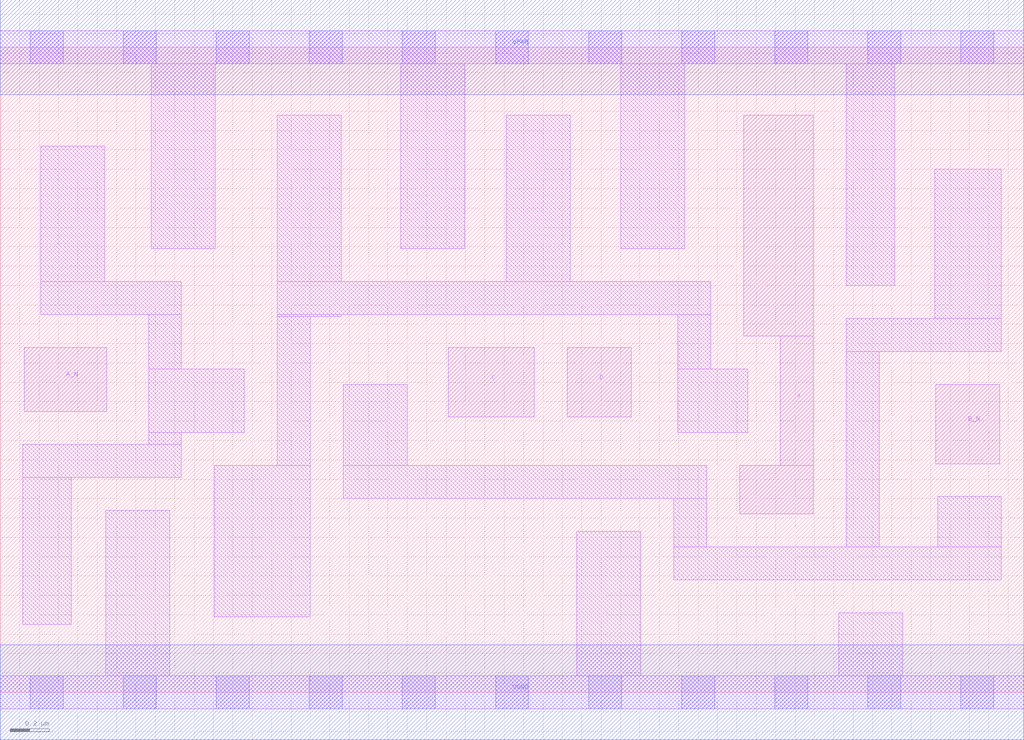
<source format=lef>
# Copyright 2020 The SkyWater PDK Authors
#
# Licensed under the Apache License, Version 2.0 (the "License");
# you may not use this file except in compliance with the License.
# You may obtain a copy of the License at
#
#     https://www.apache.org/licenses/LICENSE-2.0
#
# Unless required by applicable law or agreed to in writing, software
# distributed under the License is distributed on an "AS IS" BASIS,
# WITHOUT WARRANTIES OR CONDITIONS OF ANY KIND, either express or implied.
# See the License for the specific language governing permissions and
# limitations under the License.
#
# SPDX-License-Identifier: Apache-2.0

VERSION 5.5 ;
NAMESCASESENSITIVE ON ;
BUSBITCHARS "[]" ;
DIVIDERCHAR "/" ;
MACRO sky130_fd_sc_ls__and4bb_2
  CLASS CORE ;
  SOURCE USER ;
  ORIGIN  0.000000  0.000000 ;
  SIZE  5.280000 BY  3.330000 ;
  SYMMETRY X Y ;
  SITE unit ;
  PIN A_N
    ANTENNAGATEAREA  0.208000 ;
    DIRECTION INPUT ;
    USE SIGNAL ;
    PORT
      LAYER li1 ;
        RECT 0.125000 1.450000 0.550000 1.780000 ;
    END
  END A_N
  PIN B_N
    ANTENNAGATEAREA  0.208000 ;
    DIRECTION INPUT ;
    USE SIGNAL ;
    PORT
      LAYER li1 ;
        RECT 4.825000 1.180000 5.155000 1.590000 ;
    END
  END B_N
  PIN C
    ANTENNAGATEAREA  0.261000 ;
    DIRECTION INPUT ;
    USE SIGNAL ;
    PORT
      LAYER li1 ;
        RECT 2.310000 1.420000 2.755000 1.780000 ;
    END
  END C
  PIN D
    ANTENNAGATEAREA  0.261000 ;
    DIRECTION INPUT ;
    USE SIGNAL ;
    PORT
      LAYER li1 ;
        RECT 2.925000 1.420000 3.255000 1.780000 ;
    END
  END D
  PIN X
    ANTENNADIFFAREA  0.543200 ;
    DIRECTION OUTPUT ;
    USE SIGNAL ;
    PORT
      LAYER li1 ;
        RECT 3.815000 0.920000 4.195000 1.170000 ;
        RECT 3.835000 1.840000 4.195000 2.980000 ;
        RECT 4.025000 1.170000 4.195000 1.840000 ;
    END
  END X
  PIN VGND
    DIRECTION INOUT ;
    SHAPE ABUTMENT ;
    USE GROUND ;
    PORT
      LAYER met1 ;
        RECT 0.000000 -0.245000 5.280000 0.245000 ;
    END
  END VGND
  PIN VNB
    DIRECTION INOUT ;
    USE GROUND ;
    PORT
    END
  END VNB
  PIN VPB
    DIRECTION INOUT ;
    USE POWER ;
    PORT
    END
  END VPB
  PIN VPWR
    DIRECTION INOUT ;
    SHAPE ABUTMENT ;
    USE POWER ;
    PORT
      LAYER met1 ;
        RECT 0.000000 3.085000 5.280000 3.575000 ;
    END
  END VPWR
  OBS
    LAYER li1 ;
      RECT 0.000000 -0.085000 5.280000 0.085000 ;
      RECT 0.000000  3.245000 5.280000 3.415000 ;
      RECT 0.115000  0.350000 0.365000 1.110000 ;
      RECT 0.115000  1.110000 0.935000 1.280000 ;
      RECT 0.210000  1.950000 0.935000 2.120000 ;
      RECT 0.210000  2.120000 0.540000 2.820000 ;
      RECT 0.545000  0.085000 0.875000 0.940000 ;
      RECT 0.765000  1.280000 0.935000 1.340000 ;
      RECT 0.765000  1.340000 1.260000 1.670000 ;
      RECT 0.765000  1.670000 0.935000 1.950000 ;
      RECT 0.780000  2.290000 1.110000 3.245000 ;
      RECT 1.105000  0.390000 1.600000 1.170000 ;
      RECT 1.430000  1.170000 1.600000 1.940000 ;
      RECT 1.430000  1.940000 1.760000 1.950000 ;
      RECT 1.430000  1.950000 3.665000 2.120000 ;
      RECT 1.430000  2.120000 1.760000 2.980000 ;
      RECT 1.770000  1.000000 3.645000 1.170000 ;
      RECT 1.770000  1.170000 2.100000 1.590000 ;
      RECT 2.065000  2.290000 2.395000 3.245000 ;
      RECT 2.610000  2.120000 2.940000 2.980000 ;
      RECT 2.975000  0.085000 3.305000 0.830000 ;
      RECT 3.200000  2.290000 3.530000 3.245000 ;
      RECT 3.475000  0.580000 5.165000 0.750000 ;
      RECT 3.475000  0.750000 3.645000 1.000000 ;
      RECT 3.495000  1.340000 3.855000 1.670000 ;
      RECT 3.495000  1.670000 3.665000 1.950000 ;
      RECT 4.325000  0.085000 4.655000 0.410000 ;
      RECT 4.365000  0.750000 4.535000 1.760000 ;
      RECT 4.365000  1.760000 5.165000 1.930000 ;
      RECT 4.365000  2.100000 4.615000 3.245000 ;
      RECT 4.820000  1.930000 5.165000 2.700000 ;
      RECT 4.835000  0.750000 5.165000 1.010000 ;
    LAYER mcon ;
      RECT 0.155000 -0.085000 0.325000 0.085000 ;
      RECT 0.155000  3.245000 0.325000 3.415000 ;
      RECT 0.635000 -0.085000 0.805000 0.085000 ;
      RECT 0.635000  3.245000 0.805000 3.415000 ;
      RECT 1.115000 -0.085000 1.285000 0.085000 ;
      RECT 1.115000  3.245000 1.285000 3.415000 ;
      RECT 1.595000 -0.085000 1.765000 0.085000 ;
      RECT 1.595000  3.245000 1.765000 3.415000 ;
      RECT 2.075000 -0.085000 2.245000 0.085000 ;
      RECT 2.075000  3.245000 2.245000 3.415000 ;
      RECT 2.555000 -0.085000 2.725000 0.085000 ;
      RECT 2.555000  3.245000 2.725000 3.415000 ;
      RECT 3.035000 -0.085000 3.205000 0.085000 ;
      RECT 3.035000  3.245000 3.205000 3.415000 ;
      RECT 3.515000 -0.085000 3.685000 0.085000 ;
      RECT 3.515000  3.245000 3.685000 3.415000 ;
      RECT 3.995000 -0.085000 4.165000 0.085000 ;
      RECT 3.995000  3.245000 4.165000 3.415000 ;
      RECT 4.475000 -0.085000 4.645000 0.085000 ;
      RECT 4.475000  3.245000 4.645000 3.415000 ;
      RECT 4.955000 -0.085000 5.125000 0.085000 ;
      RECT 4.955000  3.245000 5.125000 3.415000 ;
  END
END sky130_fd_sc_ls__and4bb_2
END LIBRARY

</source>
